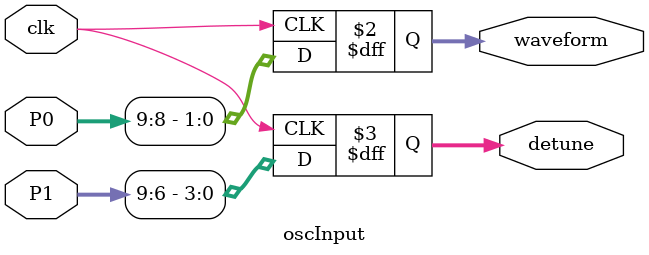
<source format=v>

	module oscInput(
	
	input clk, //50mhz is fine
	input [9:0] P0, //user pot in 0
	input [9:0] P1, //user pot in 1
	
	output reg [1:0] waveform, //2 bit control
	output reg [3:0] detune //4 bit control
	
);
	
	
	always @ (posedge clk)
	
	begin
		
		waveform = P0[9:8];
		
		detune = P1[9:6];
			
		
	end
	
	
endmodule

</source>
